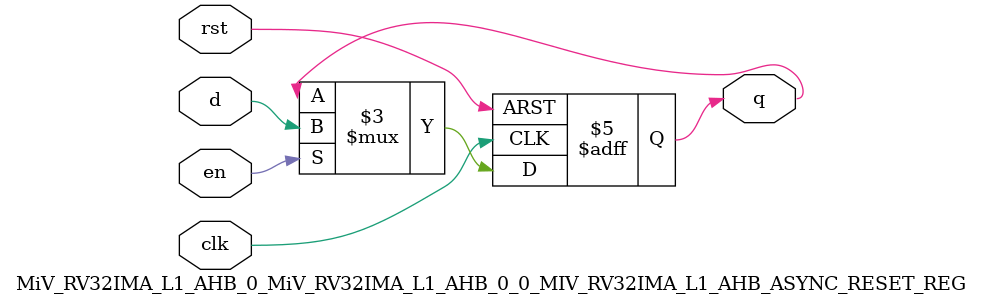
<source format=v>
`ifndef RANDOMIZE_REG_INIT 
	 `define RANDOMIZE_REG_INIT 
 `endif
`ifndef RANDOMIZE_MEM_INIT 
	 `define RANDOMIZE_MEM_INIT 
 `endif
`ifndef RANDOMIZE 
	 `define RANDOMIZE 
`endif

`timescale 1ns/10ps
module MiV_RV32IMA_L1_AHB_0_MiV_RV32IMA_L1_AHB_0_0_MIV_RV32IMA_L1_AHB_ASYNC_RESET_REG (
                      input      d,
                      output reg q = 1'b0,
                      input      en,

                      input      clk,
                      input      rst);
   
   always @(posedge clk or posedge rst ) begin

      if (rst) begin
         q <= 1'b0;
      end else if (en) begin
         q <= d;
      end
   end
   

endmodule // MIV_RV32IMA_L1_AHB_ASYNC_RESET_REG

</source>
